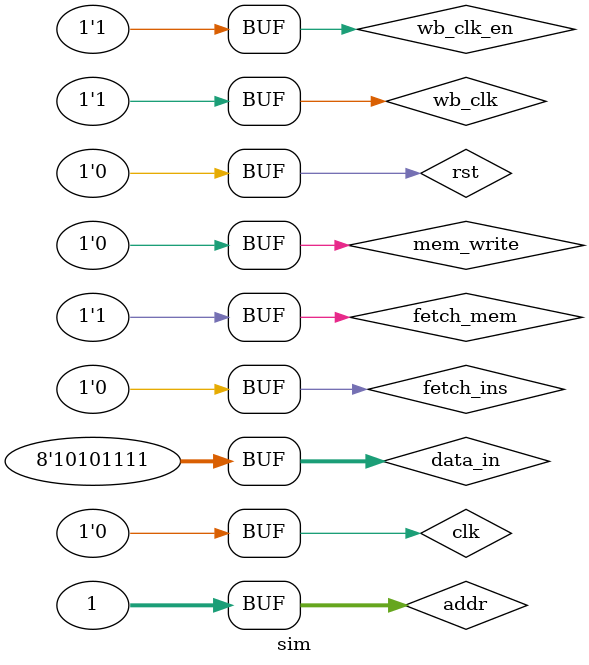
<source format=sv>
`timescale 1ns/100ps

module sim();

reg clk;
reg wb_clk_en;
reg rst;

reg fetch_ins;
reg fetch_mem;
reg mem_write;
reg [31:0] addr;
reg [7:0] data_in;

wire wb_clk;

wire [31:0] miso_bus;
wire [31:0] mosi_bus;
wire [29:0] addr_bus;
wire [3:0] sel_bus;
wire ack_sig;
wire cyc_sig;
wire stb_sig;
wire we_sig;

wire [31:0] ins_data_o;
wire [7:0] mem_data_o;
wire ins_ack;
wire mem_ack;

reg [31:0] inst;
reg [7:0] data;

reg cpu_clk;

mru mru(
    .ins_en(fetch_ins),
    .ins_addr(addr[31:1]),
    .ins_ext(1'b0),
    .mem_en(fetch_mem),
    .mem_addr(addr),
    .mem_we(mem_write),
    .mem_data_i(data_in),
    .clk_i(wb_clk),
    .dat_i(miso_bus),
    .rst_i(rst),
    .ack_i(ack_sig),
    .ins_stl(),
    .ins_ack(ins_ack),
    .ins_data(ins_data_o),
    .mem_stl(),
    .mem_ack(mem_ack),
    .mem_data_o(mem_data_o),
    .dat_o(mosi_bus),
    .adr_o(addr_bus),
    .cyc_o(cyc_sig),
    .sel_o(sel_bus),
    .stb_o(stb_sig),
    .we_o(we_sig)
);

mem mem(
    .sys_clk(clk),
    .sys_rst(rst),
    .clk_i(wb_clk),
    .dat_i(mosi_bus),
    .rst_i(rst),
    .adr_i(addr_bus),
    .cyc_i(cyc_sig),
    .sel_i(sel_bus),
    .stb_i(stb_sig),
    .we_i(we_sig),
    .ack_o(ack_sig),
    .dat_o(miso_bus)
);

assign wb_clk = wb_clk_en & ~clk;

always_ff @(posedge clk) cpu_clk <= !cpu_clk;

always_ff @(posedge cpu_clk) begin
    inst <= ins_data_o;
    data <= mem_data_o;
end

initial begin
    $dumpfile("mru_sim.fst");
    $dumpvars(0,sim);
    fetch_ins <= 0;
    fetch_mem <= 0;
    mem_write <= 0;
    clk <= 0;
    wb_clk_en <= 1;
    rst <= 1;
    cpu_clk <= 0;
    #1; clk <= 1;
    #1; clk <= 0;
    #1; clk <= 1;
    rst <= 0;
    #1; clk <= 0;
    
    #1; clk <= 1;
    // Fetch instruction
    fetch_mem <= 1;
    mem_write <= 1;
    addr <= 32'h00000001;
    data_in <= 8'hAF;
    #1; clk <= 0;

    #1; clk <= 1;
    mem_write <= 0;
    #1; clk <= 0;

    // Fetch next instruction 
    addr <= 32'h00000001;
    #1; clk <= 1;
    #1; clk <= 0;

    #1; clk <= 1;
    fetch_ins <= 0;
    #1; clk <= 0;
    #1; clk <= 1;
    #1; clk <= 0;
    #1; clk <= 1;
    #1; clk <= 0;
end

endmodule

</source>
